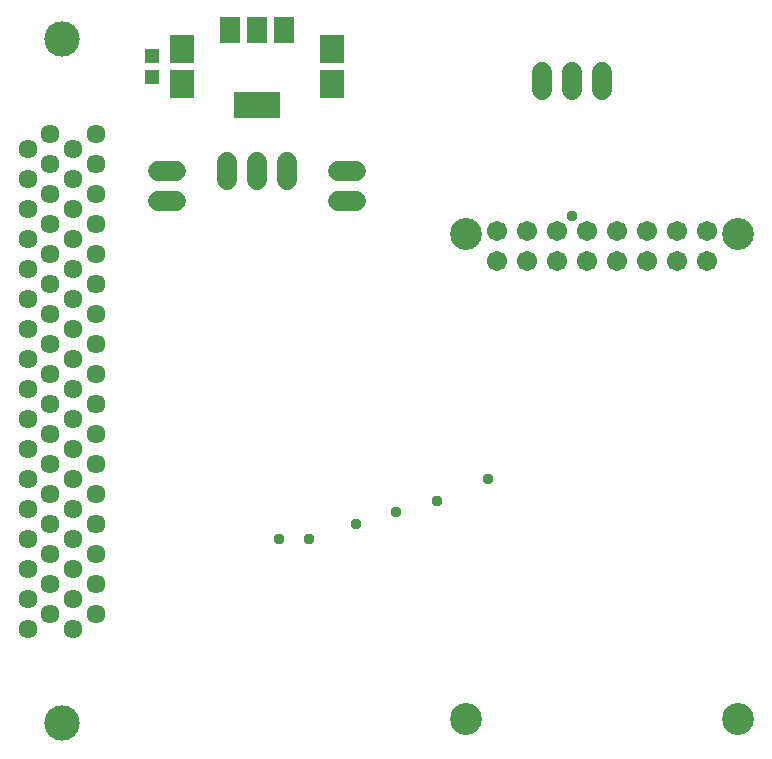
<source format=gbr>
G04 EAGLE Gerber RS-274X export*
G75*
%MOMM*%
%FSLAX34Y34*%
%LPD*%
%INSoldermask Top*%
%IPPOS*%
%AMOC8*
5,1,8,0,0,1.08239X$1,22.5*%
G01*
%ADD10C,1.711200*%
%ADD11C,2.703200*%
%ADD12C,1.611200*%
%ADD13C,3.003200*%
%ADD14R,2.003200X2.353200*%
%ADD15R,1.283200X1.253200*%
%ADD16R,1.703200X2.203200*%
%ADD17R,4.003200X2.203200*%
%ADD18C,1.727200*%
%ADD19C,0.959600*%


D10*
X419100Y444500D03*
X444500Y444500D03*
X469900Y444500D03*
X495300Y444500D03*
X520700Y444500D03*
X546100Y444500D03*
X571500Y444500D03*
X596900Y444500D03*
X596900Y419100D03*
X571500Y419100D03*
X546100Y419100D03*
X520700Y419100D03*
X495300Y419100D03*
X469900Y419100D03*
X444500Y419100D03*
X419100Y419100D03*
D11*
X623000Y441800D03*
X393000Y441800D03*
X623000Y31800D03*
X393000Y31800D03*
D12*
X60330Y107950D03*
X79430Y120650D03*
X60330Y133350D03*
X79430Y146050D03*
X60330Y158750D03*
X79430Y171450D03*
X60330Y184150D03*
X79430Y196850D03*
X60330Y209550D03*
X79430Y222250D03*
X60330Y234950D03*
X79430Y247650D03*
X60330Y260350D03*
X79430Y273050D03*
X60330Y285750D03*
X79430Y298450D03*
X60330Y311150D03*
X79430Y323850D03*
X60330Y336550D03*
X79430Y349250D03*
X60330Y361950D03*
X79430Y374650D03*
X60330Y387350D03*
X79430Y400050D03*
X60330Y412750D03*
X79430Y425450D03*
X60330Y438150D03*
X79430Y450850D03*
X60330Y463550D03*
X79430Y476250D03*
X60330Y488950D03*
X79430Y501650D03*
X60330Y514350D03*
X79430Y527050D03*
X22130Y107950D03*
X41230Y120650D03*
X22130Y133350D03*
X41230Y146050D03*
X22130Y158750D03*
X41230Y171450D03*
X22130Y184150D03*
X41230Y196850D03*
X22130Y209550D03*
X41230Y222250D03*
X22130Y234950D03*
X41230Y247650D03*
X22130Y260350D03*
X41230Y273050D03*
X22130Y285750D03*
X41230Y298450D03*
X22130Y311150D03*
X41230Y323850D03*
X22130Y336550D03*
X41230Y349250D03*
X22130Y361950D03*
X41230Y374650D03*
X22130Y387350D03*
X41230Y400050D03*
X22130Y412750D03*
X41230Y425450D03*
X22130Y438150D03*
X41230Y450850D03*
X22130Y463550D03*
X41230Y476250D03*
X22130Y488950D03*
X41230Y501650D03*
X22130Y514350D03*
X41230Y527050D03*
D13*
X50800Y607050D03*
X50800Y27950D03*
D14*
X152400Y569450D03*
X152400Y598950D03*
X279400Y569450D03*
X279400Y598950D03*
D15*
X127000Y575450D03*
X127000Y592950D03*
D16*
X238900Y614430D03*
X215900Y614430D03*
X192900Y614430D03*
D17*
X215900Y551430D03*
D18*
X457200Y563880D02*
X457200Y579120D01*
X482600Y579120D02*
X482600Y563880D01*
X508000Y563880D02*
X508000Y579120D01*
X190500Y502920D02*
X190500Y487680D01*
X215900Y487680D02*
X215900Y502920D01*
X241300Y502920D02*
X241300Y487680D01*
X284480Y495300D02*
X299720Y495300D01*
X299720Y469900D02*
X284480Y469900D01*
X147320Y469900D02*
X132080Y469900D01*
X132080Y495300D02*
X147320Y495300D01*
D19*
X482600Y457200D03*
X234950Y184150D03*
X260350Y184150D03*
X299720Y196850D03*
X334010Y207010D03*
X368300Y215900D03*
X411480Y234950D03*
M02*

</source>
